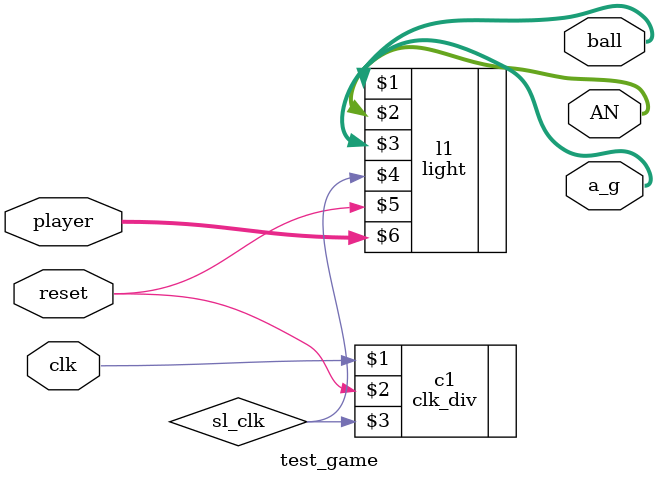
<source format=v>
`timescale 1ns / 1ps


module test_game(
input [15:0] player, 
input clk, reset, 
output [15: 0] ball,
output wire [7:0]AN,
output wire [6:0]a_g
    );
    wire sl_clk; 
    wire [3:0] score1, score2; 
    
    
    clk_div c1(clk, reset, sl_clk); 
    //light L1(ball, AN, a_g, score1, score2, sl_clk, reset, player);
    light l1(ball, AN, a_g, sl_clk, reset, player); 
    //counter s1(clk, score1, score2, a_g, AN); 
endmodule

</source>
